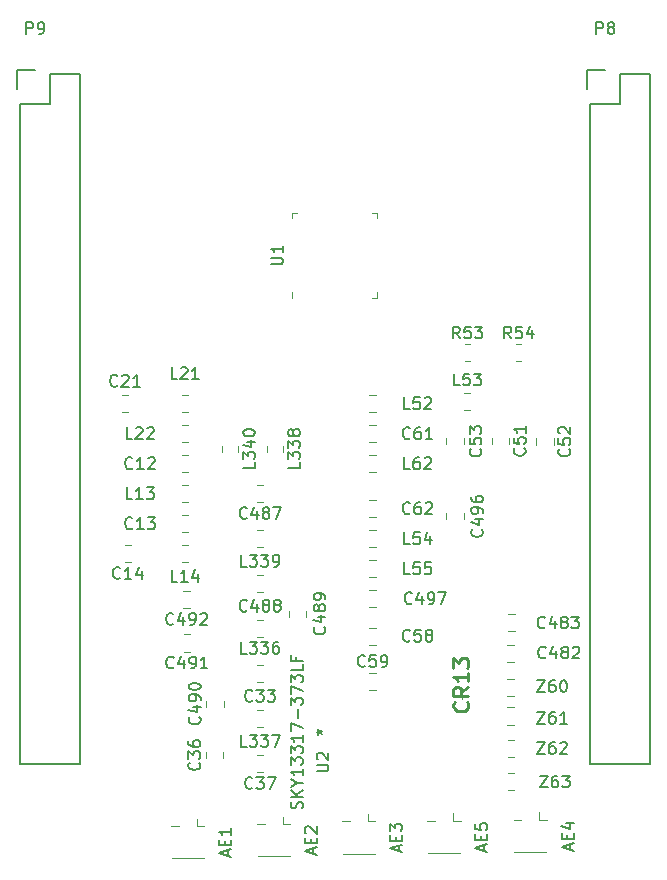
<source format=gbr>
%TF.GenerationSoftware,KiCad,Pcbnew,(5.1.10)-1*%
%TF.CreationDate,2021-09-06T20:05:53-04:00*%
%TF.ProjectId,BeagleBone-Black-Cape,42656167-6c65-4426-9f6e-652d426c6163,rev?*%
%TF.SameCoordinates,Original*%
%TF.FileFunction,Legend,Top*%
%TF.FilePolarity,Positive*%
%FSLAX46Y46*%
G04 Gerber Fmt 4.6, Leading zero omitted, Abs format (unit mm)*
G04 Created by KiCad (PCBNEW (5.1.10)-1) date 2021-09-06 20:05:53*
%MOMM*%
%LPD*%
G01*
G04 APERTURE LIST*
%ADD10C,0.100000*%
%ADD11C,0.120000*%
%ADD12C,0.150000*%
%ADD13C,0.254000*%
G04 APERTURE END LIST*
D10*
%TO.C,CR13*%
X152488900Y-113952200D02*
X152488900Y-113952200D01*
X152488900Y-114052200D02*
X152488900Y-114052200D01*
X152488900Y-114052200D02*
G75*
G02*
X152488900Y-113952200I0J50000D01*
G01*
X152488900Y-113952200D02*
G75*
G02*
X152488900Y-114052200I0J-50000D01*
G01*
D11*
%TO.C,Z63*%
X156941152Y-120296000D02*
X156418648Y-120296000D01*
X156941152Y-121766000D02*
X156418648Y-121766000D01*
%TO.C,Z62*%
X156941152Y-117527000D02*
X156418648Y-117527000D01*
X156941152Y-118947000D02*
X156418648Y-118947000D01*
%TO.C,Z61*%
X156890352Y-114758800D02*
X156367848Y-114758800D01*
X156890352Y-116228800D02*
X156367848Y-116228800D01*
%TO.C,Z60*%
X156367848Y-113816200D02*
X156890352Y-113816200D01*
X156367848Y-112396200D02*
X156890352Y-112396200D01*
%TO.C,R54*%
X157087836Y-85444000D02*
X157541964Y-85444000D01*
X157087836Y-83974000D02*
X157541964Y-83974000D01*
%TO.C,R53*%
X152753836Y-85444000D02*
X153207964Y-85444000D01*
X152753836Y-83974000D02*
X153207964Y-83974000D01*
%TO.C,L62*%
X144683848Y-94842400D02*
X145206352Y-94842400D01*
X144683848Y-93422400D02*
X145206352Y-93422400D01*
%TO.C,L55*%
X145206352Y-102312400D02*
X144683848Y-102312400D01*
X145206352Y-103732400D02*
X144683848Y-103732400D01*
%TO.C,L54*%
X144683848Y-101192400D02*
X145206352Y-101192400D01*
X144683848Y-99772400D02*
X145206352Y-99772400D01*
%TO.C,L53*%
X153181952Y-88139200D02*
X152659448Y-88139200D01*
X153181952Y-89559200D02*
X152659448Y-89559200D01*
%TO.C,L52*%
X145206352Y-88342400D02*
X144683848Y-88342400D01*
X145206352Y-89762400D02*
X144683848Y-89762400D01*
%TO.C,C497*%
X144683848Y-106297400D02*
X145206352Y-106297400D01*
X144683848Y-104827400D02*
X145206352Y-104827400D01*
%TO.C,C496*%
X152665100Y-98838652D02*
X152665100Y-98316148D01*
X151195100Y-98838652D02*
X151195100Y-98316148D01*
%TO.C,C492*%
X129458352Y-104903600D02*
X128935848Y-104903600D01*
X129458352Y-106373600D02*
X128935848Y-106373600D01*
%TO.C,C491*%
X129483752Y-108586600D02*
X128961248Y-108586600D01*
X129483752Y-110056600D02*
X128961248Y-110056600D01*
%TO.C,C483*%
X156444048Y-108304000D02*
X156966552Y-108304000D01*
X156444048Y-106834000D02*
X156966552Y-106834000D01*
%TO.C,C482*%
X156890352Y-109475600D02*
X156367848Y-109475600D01*
X156890352Y-110945600D02*
X156367848Y-110945600D01*
%TO.C,C62*%
X144683848Y-98677400D02*
X145206352Y-98677400D01*
X144683848Y-97207400D02*
X145206352Y-97207400D01*
%TO.C,C61*%
X145206352Y-90857400D02*
X144683848Y-90857400D01*
X145206352Y-92327400D02*
X144683848Y-92327400D01*
%TO.C,C59*%
X144683848Y-113282400D02*
X145206352Y-113282400D01*
X144683848Y-111812400D02*
X145206352Y-111812400D01*
%TO.C,C58*%
X144683848Y-109472400D02*
X145206352Y-109472400D01*
X144683848Y-108002400D02*
X145206352Y-108002400D01*
%TO.C,C53*%
X151195100Y-91966148D02*
X151195100Y-92488652D01*
X152665100Y-91966148D02*
X152665100Y-92488652D01*
%TO.C,C52*%
X158815100Y-91991548D02*
X158815100Y-92514052D01*
X160285100Y-91991548D02*
X160285100Y-92514052D01*
%TO.C,C51*%
X155030500Y-91915348D02*
X155030500Y-92437852D01*
X156500500Y-91915348D02*
X156500500Y-92437852D01*
%TO.C,C36*%
X132319700Y-119057052D02*
X132319700Y-118534548D01*
X130849700Y-119057052D02*
X130849700Y-118534548D01*
%TO.C,AE5*%
X152390300Y-124362400D02*
X151750300Y-124362400D01*
X149590300Y-124362400D02*
X150230300Y-124362400D01*
X151750300Y-124362400D02*
X151750300Y-123732400D01*
X152340300Y-127082400D02*
X149640300Y-127082400D01*
%TO.C,AE4*%
X159705500Y-124286200D02*
X159065500Y-124286200D01*
X156905500Y-124286200D02*
X157545500Y-124286200D01*
X159065500Y-124286200D02*
X159065500Y-123656200D01*
X159655500Y-127006200D02*
X156955500Y-127006200D01*
%TO.C,AE3*%
X145176700Y-124413200D02*
X144536700Y-124413200D01*
X142376700Y-124413200D02*
X143016700Y-124413200D01*
X144536700Y-124413200D02*
X144536700Y-123783200D01*
X145126700Y-127133200D02*
X142426700Y-127133200D01*
%TO.C,AE2*%
X137963100Y-124641800D02*
X137323100Y-124641800D01*
X135163100Y-124641800D02*
X135803100Y-124641800D01*
X137323100Y-124641800D02*
X137323100Y-124011800D01*
X137913100Y-127361800D02*
X135213100Y-127361800D01*
%TO.C,AE1*%
X130698700Y-124819600D02*
X130058700Y-124819600D01*
X127898700Y-124819600D02*
X128538700Y-124819600D01*
X130058700Y-124819600D02*
X130058700Y-124189600D01*
X130648700Y-127539600D02*
X127948700Y-127539600D01*
%TO.C,U1*%
X138109300Y-79614400D02*
X138109300Y-80089400D01*
X145329300Y-72869400D02*
X144854300Y-72869400D01*
X145329300Y-73344400D02*
X145329300Y-72869400D01*
X145329300Y-80089400D02*
X144854300Y-80089400D01*
X145329300Y-79614400D02*
X145329300Y-80089400D01*
X138109300Y-72869400D02*
X138584300Y-72869400D01*
X138109300Y-73344400D02*
X138109300Y-72869400D01*
%TO.C,L340*%
X132170100Y-92601148D02*
X132170100Y-93123652D01*
X133590100Y-92601148D02*
X133590100Y-93123652D01*
%TO.C,L339*%
X135681352Y-99772400D02*
X135158848Y-99772400D01*
X135681352Y-101192400D02*
X135158848Y-101192400D01*
%TO.C,L338*%
X135980100Y-92601148D02*
X135980100Y-93123652D01*
X137400100Y-92601148D02*
X137400100Y-93123652D01*
%TO.C,L337*%
X135681352Y-115012400D02*
X135158848Y-115012400D01*
X135681352Y-116432400D02*
X135158848Y-116432400D01*
%TO.C,L336*%
X135681352Y-107392400D02*
X135158848Y-107392400D01*
X135681352Y-108812400D02*
X135158848Y-108812400D01*
%TO.C,L22*%
X128808848Y-92302400D02*
X129331352Y-92302400D01*
X128808848Y-90882400D02*
X129331352Y-90882400D01*
%TO.C,L21*%
X129331352Y-88342400D02*
X128808848Y-88342400D01*
X129331352Y-89762400D02*
X128808848Y-89762400D01*
%TO.C,L14*%
X129331352Y-101042400D02*
X128808848Y-101042400D01*
X129331352Y-102462400D02*
X128808848Y-102462400D01*
%TO.C,L13*%
X128808848Y-97382400D02*
X129331352Y-97382400D01*
X128808848Y-95962400D02*
X129331352Y-95962400D01*
%TO.C,C490*%
X132345100Y-114713652D02*
X132345100Y-114191148D01*
X130875100Y-114713652D02*
X130875100Y-114191148D01*
%TO.C,C489*%
X139330100Y-107093652D02*
X139330100Y-106571148D01*
X137860100Y-107093652D02*
X137860100Y-106571148D01*
%TO.C,C488*%
X135158848Y-105027400D02*
X135681352Y-105027400D01*
X135158848Y-103557400D02*
X135681352Y-103557400D01*
%TO.C,C487*%
X135681352Y-95937400D02*
X135158848Y-95937400D01*
X135681352Y-97407400D02*
X135158848Y-97407400D01*
%TO.C,C37*%
X135681352Y-118797400D02*
X135158848Y-118797400D01*
X135681352Y-120267400D02*
X135158848Y-120267400D01*
%TO.C,C33*%
X135681352Y-111177400D02*
X135158848Y-111177400D01*
X135681352Y-112647400D02*
X135158848Y-112647400D01*
%TO.C,C21*%
X124251352Y-88317400D02*
X123728848Y-88317400D01*
X124251352Y-89787400D02*
X123728848Y-89787400D01*
%TO.C,C14*%
X124483852Y-101017400D02*
X123961348Y-101017400D01*
X124483852Y-102487400D02*
X123961348Y-102487400D01*
%TO.C,C13*%
X129331352Y-98477400D02*
X128808848Y-98477400D01*
X129331352Y-99947400D02*
X128808848Y-99947400D01*
%TO.C,C12*%
X128808848Y-94867400D02*
X129331352Y-94867400D01*
X128808848Y-93397400D02*
X129331352Y-93397400D01*
D12*
%TO.C,P8*%
X168440100Y-119532400D02*
X168440100Y-61112400D01*
X163360100Y-119532400D02*
X163360100Y-63652400D01*
X168440100Y-119532400D02*
X163360100Y-119532400D01*
X168440100Y-61112400D02*
X165900100Y-61112400D01*
X164630100Y-60832400D02*
X163080100Y-60832400D01*
X165900100Y-61112400D02*
X165900100Y-63652400D01*
X165900100Y-63652400D02*
X163360100Y-63652400D01*
X163080100Y-60832400D02*
X163080100Y-62382400D01*
%TO.C,P9*%
X120180100Y-119532400D02*
X120180100Y-61112400D01*
X115100100Y-119532400D02*
X115100100Y-63652400D01*
X120180100Y-119532400D02*
X115100100Y-119532400D01*
X120180100Y-61112400D02*
X117640100Y-61112400D01*
X116370100Y-60832400D02*
X114820100Y-60832400D01*
X117640100Y-61112400D02*
X117640100Y-63652400D01*
X117640100Y-63652400D02*
X115100100Y-63652400D01*
X114820100Y-60832400D02*
X114820100Y-62382400D01*
%TO.C,CR13*%
D13*
X152942471Y-114303628D02*
X153002947Y-114364104D01*
X153063423Y-114545533D01*
X153063423Y-114666485D01*
X153002947Y-114847914D01*
X152881995Y-114968866D01*
X152761042Y-115029342D01*
X152519138Y-115089819D01*
X152337709Y-115089819D01*
X152095804Y-115029342D01*
X151974852Y-114968866D01*
X151853900Y-114847914D01*
X151793423Y-114666485D01*
X151793423Y-114545533D01*
X151853900Y-114364104D01*
X151914376Y-114303628D01*
X153063423Y-113033628D02*
X152458661Y-113456961D01*
X153063423Y-113759342D02*
X151793423Y-113759342D01*
X151793423Y-113275533D01*
X151853900Y-113154580D01*
X151914376Y-113094104D01*
X152035328Y-113033628D01*
X152216757Y-113033628D01*
X152337709Y-113094104D01*
X152398185Y-113154580D01*
X152458661Y-113275533D01*
X152458661Y-113759342D01*
X153063423Y-111824104D02*
X153063423Y-112549819D01*
X153063423Y-112186961D02*
X151793423Y-112186961D01*
X151974852Y-112307914D01*
X152095804Y-112428866D01*
X152156280Y-112549819D01*
X151793423Y-111400771D02*
X151793423Y-110614580D01*
X152277233Y-111037914D01*
X152277233Y-110856485D01*
X152337709Y-110735533D01*
X152398185Y-110675057D01*
X152519138Y-110614580D01*
X152821519Y-110614580D01*
X152942471Y-110675057D01*
X153002947Y-110735533D01*
X153063423Y-110856485D01*
X153063423Y-111219342D01*
X153002947Y-111340295D01*
X152942471Y-111400771D01*
%TO.C,U2*%
D12*
X140206480Y-120167304D02*
X141016004Y-120167304D01*
X141111242Y-120119685D01*
X141158861Y-120072066D01*
X141206480Y-119976828D01*
X141206480Y-119786352D01*
X141158861Y-119691114D01*
X141111242Y-119643495D01*
X141016004Y-119595876D01*
X140206480Y-119595876D01*
X140301719Y-119167304D02*
X140254100Y-119119685D01*
X140206480Y-119024447D01*
X140206480Y-118786352D01*
X140254100Y-118691114D01*
X140301719Y-118643495D01*
X140396957Y-118595876D01*
X140492195Y-118595876D01*
X140635052Y-118643495D01*
X141206480Y-119214923D01*
X141206480Y-118595876D01*
X138974461Y-123316190D02*
X139022080Y-123173333D01*
X139022080Y-122935238D01*
X138974461Y-122840000D01*
X138926842Y-122792380D01*
X138831604Y-122744761D01*
X138736366Y-122744761D01*
X138641128Y-122792380D01*
X138593509Y-122840000D01*
X138545890Y-122935238D01*
X138498271Y-123125714D01*
X138450652Y-123220952D01*
X138403033Y-123268571D01*
X138307795Y-123316190D01*
X138212557Y-123316190D01*
X138117319Y-123268571D01*
X138069700Y-123220952D01*
X138022080Y-123125714D01*
X138022080Y-122887619D01*
X138069700Y-122744761D01*
X139022080Y-122316190D02*
X138022080Y-122316190D01*
X139022080Y-121744761D02*
X138450652Y-122173333D01*
X138022080Y-121744761D02*
X138593509Y-122316190D01*
X138545890Y-121125714D02*
X139022080Y-121125714D01*
X138022080Y-121459047D02*
X138545890Y-121125714D01*
X138022080Y-120792380D01*
X139022080Y-119935238D02*
X139022080Y-120506666D01*
X139022080Y-120220952D02*
X138022080Y-120220952D01*
X138164938Y-120316190D01*
X138260176Y-120411428D01*
X138307795Y-120506666D01*
X138022080Y-119601904D02*
X138022080Y-118982857D01*
X138403033Y-119316190D01*
X138403033Y-119173333D01*
X138450652Y-119078095D01*
X138498271Y-119030476D01*
X138593509Y-118982857D01*
X138831604Y-118982857D01*
X138926842Y-119030476D01*
X138974461Y-119078095D01*
X139022080Y-119173333D01*
X139022080Y-119459047D01*
X138974461Y-119554285D01*
X138926842Y-119601904D01*
X138022080Y-118649523D02*
X138022080Y-118030476D01*
X138403033Y-118363809D01*
X138403033Y-118220952D01*
X138450652Y-118125714D01*
X138498271Y-118078095D01*
X138593509Y-118030476D01*
X138831604Y-118030476D01*
X138926842Y-118078095D01*
X138974461Y-118125714D01*
X139022080Y-118220952D01*
X139022080Y-118506666D01*
X138974461Y-118601904D01*
X138926842Y-118649523D01*
X139022080Y-117078095D02*
X139022080Y-117649523D01*
X139022080Y-117363809D02*
X138022080Y-117363809D01*
X138164938Y-117459047D01*
X138260176Y-117554285D01*
X138307795Y-117649523D01*
X138022080Y-116744761D02*
X138022080Y-116078095D01*
X139022080Y-116506666D01*
X138641128Y-115697142D02*
X138641128Y-114935238D01*
X138022080Y-114554285D02*
X138022080Y-113935238D01*
X138403033Y-114268571D01*
X138403033Y-114125714D01*
X138450652Y-114030476D01*
X138498271Y-113982857D01*
X138593509Y-113935238D01*
X138831604Y-113935238D01*
X138926842Y-113982857D01*
X138974461Y-114030476D01*
X139022080Y-114125714D01*
X139022080Y-114411428D01*
X138974461Y-114506666D01*
X138926842Y-114554285D01*
X138022080Y-113601904D02*
X138022080Y-112935238D01*
X139022080Y-113363809D01*
X138022080Y-112649523D02*
X138022080Y-112030476D01*
X138403033Y-112363809D01*
X138403033Y-112220952D01*
X138450652Y-112125714D01*
X138498271Y-112078095D01*
X138593509Y-112030476D01*
X138831604Y-112030476D01*
X138926842Y-112078095D01*
X138974461Y-112125714D01*
X139022080Y-112220952D01*
X139022080Y-112506666D01*
X138974461Y-112601904D01*
X138926842Y-112649523D01*
X139022080Y-111125714D02*
X139022080Y-111601904D01*
X138022080Y-111601904D01*
X138498271Y-110459047D02*
X138498271Y-110792380D01*
X139022080Y-110792380D02*
X138022080Y-110792380D01*
X138022080Y-110316190D01*
X140206480Y-116865400D02*
X140444576Y-116865400D01*
X140349338Y-117103495D02*
X140444576Y-116865400D01*
X140349338Y-116627304D01*
X140635052Y-117008257D02*
X140444576Y-116865400D01*
X140635052Y-116722542D01*
%TO.C,Z63*%
X159102585Y-120534180D02*
X159769252Y-120534180D01*
X159102585Y-121534180D01*
X159769252Y-121534180D01*
X160578776Y-120534180D02*
X160388300Y-120534180D01*
X160293061Y-120581800D01*
X160245442Y-120629419D01*
X160150204Y-120772276D01*
X160102585Y-120962752D01*
X160102585Y-121343704D01*
X160150204Y-121438942D01*
X160197823Y-121486561D01*
X160293061Y-121534180D01*
X160483538Y-121534180D01*
X160578776Y-121486561D01*
X160626395Y-121438942D01*
X160674014Y-121343704D01*
X160674014Y-121105609D01*
X160626395Y-121010371D01*
X160578776Y-120962752D01*
X160483538Y-120915133D01*
X160293061Y-120915133D01*
X160197823Y-120962752D01*
X160150204Y-121010371D01*
X160102585Y-121105609D01*
X161007347Y-120534180D02*
X161626395Y-120534180D01*
X161293061Y-120915133D01*
X161435919Y-120915133D01*
X161531157Y-120962752D01*
X161578776Y-121010371D01*
X161626395Y-121105609D01*
X161626395Y-121343704D01*
X161578776Y-121438942D01*
X161531157Y-121486561D01*
X161435919Y-121534180D01*
X161150204Y-121534180D01*
X161054966Y-121486561D01*
X161007347Y-121438942D01*
%TO.C,Z62*%
X158873985Y-117689380D02*
X159540652Y-117689380D01*
X158873985Y-118689380D01*
X159540652Y-118689380D01*
X160350176Y-117689380D02*
X160159700Y-117689380D01*
X160064461Y-117737000D01*
X160016842Y-117784619D01*
X159921604Y-117927476D01*
X159873985Y-118117952D01*
X159873985Y-118498904D01*
X159921604Y-118594142D01*
X159969223Y-118641761D01*
X160064461Y-118689380D01*
X160254938Y-118689380D01*
X160350176Y-118641761D01*
X160397795Y-118594142D01*
X160445414Y-118498904D01*
X160445414Y-118260809D01*
X160397795Y-118165571D01*
X160350176Y-118117952D01*
X160254938Y-118070333D01*
X160064461Y-118070333D01*
X159969223Y-118117952D01*
X159921604Y-118165571D01*
X159873985Y-118260809D01*
X160826366Y-117784619D02*
X160873985Y-117737000D01*
X160969223Y-117689380D01*
X161207319Y-117689380D01*
X161302557Y-117737000D01*
X161350176Y-117784619D01*
X161397795Y-117879857D01*
X161397795Y-117975095D01*
X161350176Y-118117952D01*
X160778747Y-118689380D01*
X161397795Y-118689380D01*
%TO.C,Z61*%
X158873985Y-115123980D02*
X159540652Y-115123980D01*
X158873985Y-116123980D01*
X159540652Y-116123980D01*
X160350176Y-115123980D02*
X160159700Y-115123980D01*
X160064461Y-115171600D01*
X160016842Y-115219219D01*
X159921604Y-115362076D01*
X159873985Y-115552552D01*
X159873985Y-115933504D01*
X159921604Y-116028742D01*
X159969223Y-116076361D01*
X160064461Y-116123980D01*
X160254938Y-116123980D01*
X160350176Y-116076361D01*
X160397795Y-116028742D01*
X160445414Y-115933504D01*
X160445414Y-115695409D01*
X160397795Y-115600171D01*
X160350176Y-115552552D01*
X160254938Y-115504933D01*
X160064461Y-115504933D01*
X159969223Y-115552552D01*
X159921604Y-115600171D01*
X159873985Y-115695409D01*
X161397795Y-116123980D02*
X160826366Y-116123980D01*
X161112080Y-116123980D02*
X161112080Y-115123980D01*
X161016842Y-115266838D01*
X160921604Y-115362076D01*
X160826366Y-115409695D01*
%TO.C,Z60*%
X158873985Y-112456980D02*
X159540652Y-112456980D01*
X158873985Y-113456980D01*
X159540652Y-113456980D01*
X160350176Y-112456980D02*
X160159700Y-112456980D01*
X160064461Y-112504600D01*
X160016842Y-112552219D01*
X159921604Y-112695076D01*
X159873985Y-112885552D01*
X159873985Y-113266504D01*
X159921604Y-113361742D01*
X159969223Y-113409361D01*
X160064461Y-113456980D01*
X160254938Y-113456980D01*
X160350176Y-113409361D01*
X160397795Y-113361742D01*
X160445414Y-113266504D01*
X160445414Y-113028409D01*
X160397795Y-112933171D01*
X160350176Y-112885552D01*
X160254938Y-112837933D01*
X160064461Y-112837933D01*
X159969223Y-112885552D01*
X159921604Y-112933171D01*
X159873985Y-113028409D01*
X161064461Y-112456980D02*
X161159700Y-112456980D01*
X161254938Y-112504600D01*
X161302557Y-112552219D01*
X161350176Y-112647457D01*
X161397795Y-112837933D01*
X161397795Y-113076028D01*
X161350176Y-113266504D01*
X161302557Y-113361742D01*
X161254938Y-113409361D01*
X161159700Y-113456980D01*
X161064461Y-113456980D01*
X160969223Y-113409361D01*
X160921604Y-113361742D01*
X160873985Y-113266504D01*
X160826366Y-113076028D01*
X160826366Y-112837933D01*
X160873985Y-112647457D01*
X160921604Y-112552219D01*
X160969223Y-112504600D01*
X161064461Y-112456980D01*
%TO.C,R54*%
X156672042Y-83511380D02*
X156338709Y-83035190D01*
X156100614Y-83511380D02*
X156100614Y-82511380D01*
X156481566Y-82511380D01*
X156576804Y-82559000D01*
X156624423Y-82606619D01*
X156672042Y-82701857D01*
X156672042Y-82844714D01*
X156624423Y-82939952D01*
X156576804Y-82987571D01*
X156481566Y-83035190D01*
X156100614Y-83035190D01*
X157576804Y-82511380D02*
X157100614Y-82511380D01*
X157052995Y-82987571D01*
X157100614Y-82939952D01*
X157195852Y-82892333D01*
X157433947Y-82892333D01*
X157529185Y-82939952D01*
X157576804Y-82987571D01*
X157624423Y-83082809D01*
X157624423Y-83320904D01*
X157576804Y-83416142D01*
X157529185Y-83463761D01*
X157433947Y-83511380D01*
X157195852Y-83511380D01*
X157100614Y-83463761D01*
X157052995Y-83416142D01*
X158481566Y-82844714D02*
X158481566Y-83511380D01*
X158243471Y-82463761D02*
X158005376Y-83178047D01*
X158624423Y-83178047D01*
%TO.C,R53*%
X152338042Y-83511380D02*
X152004709Y-83035190D01*
X151766614Y-83511380D02*
X151766614Y-82511380D01*
X152147566Y-82511380D01*
X152242804Y-82559000D01*
X152290423Y-82606619D01*
X152338042Y-82701857D01*
X152338042Y-82844714D01*
X152290423Y-82939952D01*
X152242804Y-82987571D01*
X152147566Y-83035190D01*
X151766614Y-83035190D01*
X153242804Y-82511380D02*
X152766614Y-82511380D01*
X152718995Y-82987571D01*
X152766614Y-82939952D01*
X152861852Y-82892333D01*
X153099947Y-82892333D01*
X153195185Y-82939952D01*
X153242804Y-82987571D01*
X153290423Y-83082809D01*
X153290423Y-83320904D01*
X153242804Y-83416142D01*
X153195185Y-83463761D01*
X153099947Y-83511380D01*
X152861852Y-83511380D01*
X152766614Y-83463761D01*
X152718995Y-83416142D01*
X153623757Y-82511380D02*
X154242804Y-82511380D01*
X153909471Y-82892333D01*
X154052328Y-82892333D01*
X154147566Y-82939952D01*
X154195185Y-82987571D01*
X154242804Y-83082809D01*
X154242804Y-83320904D01*
X154195185Y-83416142D01*
X154147566Y-83463761D01*
X154052328Y-83511380D01*
X153766614Y-83511380D01*
X153671376Y-83463761D01*
X153623757Y-83416142D01*
%TO.C,L62*%
X148112242Y-94584780D02*
X147636052Y-94584780D01*
X147636052Y-93584780D01*
X148874147Y-93584780D02*
X148683671Y-93584780D01*
X148588433Y-93632400D01*
X148540814Y-93680019D01*
X148445576Y-93822876D01*
X148397957Y-94013352D01*
X148397957Y-94394304D01*
X148445576Y-94489542D01*
X148493195Y-94537161D01*
X148588433Y-94584780D01*
X148778909Y-94584780D01*
X148874147Y-94537161D01*
X148921766Y-94489542D01*
X148969385Y-94394304D01*
X148969385Y-94156209D01*
X148921766Y-94060971D01*
X148874147Y-94013352D01*
X148778909Y-93965733D01*
X148588433Y-93965733D01*
X148493195Y-94013352D01*
X148445576Y-94060971D01*
X148397957Y-94156209D01*
X149350338Y-93680019D02*
X149397957Y-93632400D01*
X149493195Y-93584780D01*
X149731290Y-93584780D01*
X149826528Y-93632400D01*
X149874147Y-93680019D01*
X149921766Y-93775257D01*
X149921766Y-93870495D01*
X149874147Y-94013352D01*
X149302719Y-94584780D01*
X149921766Y-94584780D01*
%TO.C,L55*%
X148112242Y-103474780D02*
X147636052Y-103474780D01*
X147636052Y-102474780D01*
X148921766Y-102474780D02*
X148445576Y-102474780D01*
X148397957Y-102950971D01*
X148445576Y-102903352D01*
X148540814Y-102855733D01*
X148778909Y-102855733D01*
X148874147Y-102903352D01*
X148921766Y-102950971D01*
X148969385Y-103046209D01*
X148969385Y-103284304D01*
X148921766Y-103379542D01*
X148874147Y-103427161D01*
X148778909Y-103474780D01*
X148540814Y-103474780D01*
X148445576Y-103427161D01*
X148397957Y-103379542D01*
X149874147Y-102474780D02*
X149397957Y-102474780D01*
X149350338Y-102950971D01*
X149397957Y-102903352D01*
X149493195Y-102855733D01*
X149731290Y-102855733D01*
X149826528Y-102903352D01*
X149874147Y-102950971D01*
X149921766Y-103046209D01*
X149921766Y-103284304D01*
X149874147Y-103379542D01*
X149826528Y-103427161D01*
X149731290Y-103474780D01*
X149493195Y-103474780D01*
X149397957Y-103427161D01*
X149350338Y-103379542D01*
%TO.C,L54*%
X148112242Y-100934780D02*
X147636052Y-100934780D01*
X147636052Y-99934780D01*
X148921766Y-99934780D02*
X148445576Y-99934780D01*
X148397957Y-100410971D01*
X148445576Y-100363352D01*
X148540814Y-100315733D01*
X148778909Y-100315733D01*
X148874147Y-100363352D01*
X148921766Y-100410971D01*
X148969385Y-100506209D01*
X148969385Y-100744304D01*
X148921766Y-100839542D01*
X148874147Y-100887161D01*
X148778909Y-100934780D01*
X148540814Y-100934780D01*
X148445576Y-100887161D01*
X148397957Y-100839542D01*
X149826528Y-100268114D02*
X149826528Y-100934780D01*
X149588433Y-99887161D02*
X149350338Y-100601447D01*
X149969385Y-100601447D01*
%TO.C,L53*%
X152328642Y-87498180D02*
X151852452Y-87498180D01*
X151852452Y-86498180D01*
X153138166Y-86498180D02*
X152661976Y-86498180D01*
X152614357Y-86974371D01*
X152661976Y-86926752D01*
X152757214Y-86879133D01*
X152995309Y-86879133D01*
X153090547Y-86926752D01*
X153138166Y-86974371D01*
X153185785Y-87069609D01*
X153185785Y-87307704D01*
X153138166Y-87402942D01*
X153090547Y-87450561D01*
X152995309Y-87498180D01*
X152757214Y-87498180D01*
X152661976Y-87450561D01*
X152614357Y-87402942D01*
X153519119Y-86498180D02*
X154138166Y-86498180D01*
X153804833Y-86879133D01*
X153947690Y-86879133D01*
X154042928Y-86926752D01*
X154090547Y-86974371D01*
X154138166Y-87069609D01*
X154138166Y-87307704D01*
X154090547Y-87402942D01*
X154042928Y-87450561D01*
X153947690Y-87498180D01*
X153661976Y-87498180D01*
X153566738Y-87450561D01*
X153519119Y-87402942D01*
%TO.C,L52*%
X148112242Y-89504780D02*
X147636052Y-89504780D01*
X147636052Y-88504780D01*
X148921766Y-88504780D02*
X148445576Y-88504780D01*
X148397957Y-88980971D01*
X148445576Y-88933352D01*
X148540814Y-88885733D01*
X148778909Y-88885733D01*
X148874147Y-88933352D01*
X148921766Y-88980971D01*
X148969385Y-89076209D01*
X148969385Y-89314304D01*
X148921766Y-89409542D01*
X148874147Y-89457161D01*
X148778909Y-89504780D01*
X148540814Y-89504780D01*
X148445576Y-89457161D01*
X148397957Y-89409542D01*
X149350338Y-88600019D02*
X149397957Y-88552400D01*
X149493195Y-88504780D01*
X149731290Y-88504780D01*
X149826528Y-88552400D01*
X149874147Y-88600019D01*
X149921766Y-88695257D01*
X149921766Y-88790495D01*
X149874147Y-88933352D01*
X149302719Y-89504780D01*
X149921766Y-89504780D01*
%TO.C,C497*%
X148271052Y-105919542D02*
X148223433Y-105967161D01*
X148080576Y-106014780D01*
X147985338Y-106014780D01*
X147842480Y-105967161D01*
X147747242Y-105871923D01*
X147699623Y-105776685D01*
X147652004Y-105586209D01*
X147652004Y-105443352D01*
X147699623Y-105252876D01*
X147747242Y-105157638D01*
X147842480Y-105062400D01*
X147985338Y-105014780D01*
X148080576Y-105014780D01*
X148223433Y-105062400D01*
X148271052Y-105110019D01*
X149128195Y-105348114D02*
X149128195Y-106014780D01*
X148890100Y-104967161D02*
X148652004Y-105681447D01*
X149271052Y-105681447D01*
X149699623Y-106014780D02*
X149890100Y-106014780D01*
X149985338Y-105967161D01*
X150032957Y-105919542D01*
X150128195Y-105776685D01*
X150175814Y-105586209D01*
X150175814Y-105205257D01*
X150128195Y-105110019D01*
X150080576Y-105062400D01*
X149985338Y-105014780D01*
X149794861Y-105014780D01*
X149699623Y-105062400D01*
X149652004Y-105110019D01*
X149604385Y-105205257D01*
X149604385Y-105443352D01*
X149652004Y-105538590D01*
X149699623Y-105586209D01*
X149794861Y-105633828D01*
X149985338Y-105633828D01*
X150080576Y-105586209D01*
X150128195Y-105538590D01*
X150175814Y-105443352D01*
X150509147Y-105014780D02*
X151175814Y-105014780D01*
X150747242Y-106014780D01*
%TO.C,C496*%
X154192242Y-99696447D02*
X154239861Y-99744066D01*
X154287480Y-99886923D01*
X154287480Y-99982161D01*
X154239861Y-100125019D01*
X154144623Y-100220257D01*
X154049385Y-100267876D01*
X153858909Y-100315495D01*
X153716052Y-100315495D01*
X153525576Y-100267876D01*
X153430338Y-100220257D01*
X153335100Y-100125019D01*
X153287480Y-99982161D01*
X153287480Y-99886923D01*
X153335100Y-99744066D01*
X153382719Y-99696447D01*
X153620814Y-98839304D02*
X154287480Y-98839304D01*
X153239861Y-99077400D02*
X153954147Y-99315495D01*
X153954147Y-98696447D01*
X154287480Y-98267876D02*
X154287480Y-98077400D01*
X154239861Y-97982161D01*
X154192242Y-97934542D01*
X154049385Y-97839304D01*
X153858909Y-97791685D01*
X153477957Y-97791685D01*
X153382719Y-97839304D01*
X153335100Y-97886923D01*
X153287480Y-97982161D01*
X153287480Y-98172638D01*
X153335100Y-98267876D01*
X153382719Y-98315495D01*
X153477957Y-98363114D01*
X153716052Y-98363114D01*
X153811290Y-98315495D01*
X153858909Y-98267876D01*
X153906528Y-98172638D01*
X153906528Y-97982161D01*
X153858909Y-97886923D01*
X153811290Y-97839304D01*
X153716052Y-97791685D01*
X153287480Y-96934542D02*
X153287480Y-97125019D01*
X153335100Y-97220257D01*
X153382719Y-97267876D01*
X153525576Y-97363114D01*
X153716052Y-97410733D01*
X154097004Y-97410733D01*
X154192242Y-97363114D01*
X154239861Y-97315495D01*
X154287480Y-97220257D01*
X154287480Y-97029780D01*
X154239861Y-96934542D01*
X154192242Y-96886923D01*
X154097004Y-96839304D01*
X153858909Y-96839304D01*
X153763671Y-96886923D01*
X153716052Y-96934542D01*
X153668433Y-97029780D01*
X153668433Y-97220257D01*
X153716052Y-97315495D01*
X153763671Y-97363114D01*
X153858909Y-97410733D01*
%TO.C,C492*%
X128078052Y-107675742D02*
X128030433Y-107723361D01*
X127887576Y-107770980D01*
X127792338Y-107770980D01*
X127649480Y-107723361D01*
X127554242Y-107628123D01*
X127506623Y-107532885D01*
X127459004Y-107342409D01*
X127459004Y-107199552D01*
X127506623Y-107009076D01*
X127554242Y-106913838D01*
X127649480Y-106818600D01*
X127792338Y-106770980D01*
X127887576Y-106770980D01*
X128030433Y-106818600D01*
X128078052Y-106866219D01*
X128935195Y-107104314D02*
X128935195Y-107770980D01*
X128697100Y-106723361D02*
X128459004Y-107437647D01*
X129078052Y-107437647D01*
X129506623Y-107770980D02*
X129697100Y-107770980D01*
X129792338Y-107723361D01*
X129839957Y-107675742D01*
X129935195Y-107532885D01*
X129982814Y-107342409D01*
X129982814Y-106961457D01*
X129935195Y-106866219D01*
X129887576Y-106818600D01*
X129792338Y-106770980D01*
X129601861Y-106770980D01*
X129506623Y-106818600D01*
X129459004Y-106866219D01*
X129411385Y-106961457D01*
X129411385Y-107199552D01*
X129459004Y-107294790D01*
X129506623Y-107342409D01*
X129601861Y-107390028D01*
X129792338Y-107390028D01*
X129887576Y-107342409D01*
X129935195Y-107294790D01*
X129982814Y-107199552D01*
X130363766Y-106866219D02*
X130411385Y-106818600D01*
X130506623Y-106770980D01*
X130744719Y-106770980D01*
X130839957Y-106818600D01*
X130887576Y-106866219D01*
X130935195Y-106961457D01*
X130935195Y-107056695D01*
X130887576Y-107199552D01*
X130316147Y-107770980D01*
X130935195Y-107770980D01*
%TO.C,C491*%
X128103452Y-111358742D02*
X128055833Y-111406361D01*
X127912976Y-111453980D01*
X127817738Y-111453980D01*
X127674880Y-111406361D01*
X127579642Y-111311123D01*
X127532023Y-111215885D01*
X127484404Y-111025409D01*
X127484404Y-110882552D01*
X127532023Y-110692076D01*
X127579642Y-110596838D01*
X127674880Y-110501600D01*
X127817738Y-110453980D01*
X127912976Y-110453980D01*
X128055833Y-110501600D01*
X128103452Y-110549219D01*
X128960595Y-110787314D02*
X128960595Y-111453980D01*
X128722500Y-110406361D02*
X128484404Y-111120647D01*
X129103452Y-111120647D01*
X129532023Y-111453980D02*
X129722500Y-111453980D01*
X129817738Y-111406361D01*
X129865357Y-111358742D01*
X129960595Y-111215885D01*
X130008214Y-111025409D01*
X130008214Y-110644457D01*
X129960595Y-110549219D01*
X129912976Y-110501600D01*
X129817738Y-110453980D01*
X129627261Y-110453980D01*
X129532023Y-110501600D01*
X129484404Y-110549219D01*
X129436785Y-110644457D01*
X129436785Y-110882552D01*
X129484404Y-110977790D01*
X129532023Y-111025409D01*
X129627261Y-111073028D01*
X129817738Y-111073028D01*
X129912976Y-111025409D01*
X129960595Y-110977790D01*
X130008214Y-110882552D01*
X130960595Y-111453980D02*
X130389166Y-111453980D01*
X130674880Y-111453980D02*
X130674880Y-110453980D01*
X130579642Y-110596838D01*
X130484404Y-110692076D01*
X130389166Y-110739695D01*
%TO.C,C483*%
X159548652Y-107976942D02*
X159501033Y-108024561D01*
X159358176Y-108072180D01*
X159262938Y-108072180D01*
X159120080Y-108024561D01*
X159024842Y-107929323D01*
X158977223Y-107834085D01*
X158929604Y-107643609D01*
X158929604Y-107500752D01*
X158977223Y-107310276D01*
X159024842Y-107215038D01*
X159120080Y-107119800D01*
X159262938Y-107072180D01*
X159358176Y-107072180D01*
X159501033Y-107119800D01*
X159548652Y-107167419D01*
X160405795Y-107405514D02*
X160405795Y-108072180D01*
X160167700Y-107024561D02*
X159929604Y-107738847D01*
X160548652Y-107738847D01*
X161072461Y-107500752D02*
X160977223Y-107453133D01*
X160929604Y-107405514D01*
X160881985Y-107310276D01*
X160881985Y-107262657D01*
X160929604Y-107167419D01*
X160977223Y-107119800D01*
X161072461Y-107072180D01*
X161262938Y-107072180D01*
X161358176Y-107119800D01*
X161405795Y-107167419D01*
X161453414Y-107262657D01*
X161453414Y-107310276D01*
X161405795Y-107405514D01*
X161358176Y-107453133D01*
X161262938Y-107500752D01*
X161072461Y-107500752D01*
X160977223Y-107548371D01*
X160929604Y-107595990D01*
X160881985Y-107691228D01*
X160881985Y-107881704D01*
X160929604Y-107976942D01*
X160977223Y-108024561D01*
X161072461Y-108072180D01*
X161262938Y-108072180D01*
X161358176Y-108024561D01*
X161405795Y-107976942D01*
X161453414Y-107881704D01*
X161453414Y-107691228D01*
X161405795Y-107595990D01*
X161358176Y-107548371D01*
X161262938Y-107500752D01*
X161786747Y-107072180D02*
X162405795Y-107072180D01*
X162072461Y-107453133D01*
X162215319Y-107453133D01*
X162310557Y-107500752D01*
X162358176Y-107548371D01*
X162405795Y-107643609D01*
X162405795Y-107881704D01*
X162358176Y-107976942D01*
X162310557Y-108024561D01*
X162215319Y-108072180D01*
X161929604Y-108072180D01*
X161834366Y-108024561D01*
X161786747Y-107976942D01*
%TO.C,C482*%
X159599452Y-110516942D02*
X159551833Y-110564561D01*
X159408976Y-110612180D01*
X159313738Y-110612180D01*
X159170880Y-110564561D01*
X159075642Y-110469323D01*
X159028023Y-110374085D01*
X158980404Y-110183609D01*
X158980404Y-110040752D01*
X159028023Y-109850276D01*
X159075642Y-109755038D01*
X159170880Y-109659800D01*
X159313738Y-109612180D01*
X159408976Y-109612180D01*
X159551833Y-109659800D01*
X159599452Y-109707419D01*
X160456595Y-109945514D02*
X160456595Y-110612180D01*
X160218500Y-109564561D02*
X159980404Y-110278847D01*
X160599452Y-110278847D01*
X161123261Y-110040752D02*
X161028023Y-109993133D01*
X160980404Y-109945514D01*
X160932785Y-109850276D01*
X160932785Y-109802657D01*
X160980404Y-109707419D01*
X161028023Y-109659800D01*
X161123261Y-109612180D01*
X161313738Y-109612180D01*
X161408976Y-109659800D01*
X161456595Y-109707419D01*
X161504214Y-109802657D01*
X161504214Y-109850276D01*
X161456595Y-109945514D01*
X161408976Y-109993133D01*
X161313738Y-110040752D01*
X161123261Y-110040752D01*
X161028023Y-110088371D01*
X160980404Y-110135990D01*
X160932785Y-110231228D01*
X160932785Y-110421704D01*
X160980404Y-110516942D01*
X161028023Y-110564561D01*
X161123261Y-110612180D01*
X161313738Y-110612180D01*
X161408976Y-110564561D01*
X161456595Y-110516942D01*
X161504214Y-110421704D01*
X161504214Y-110231228D01*
X161456595Y-110135990D01*
X161408976Y-110088371D01*
X161313738Y-110040752D01*
X161885166Y-109707419D02*
X161932785Y-109659800D01*
X162028023Y-109612180D01*
X162266119Y-109612180D01*
X162361357Y-109659800D01*
X162408976Y-109707419D01*
X162456595Y-109802657D01*
X162456595Y-109897895D01*
X162408976Y-110040752D01*
X161837547Y-110612180D01*
X162456595Y-110612180D01*
%TO.C,C62*%
X148112242Y-98299542D02*
X148064623Y-98347161D01*
X147921766Y-98394780D01*
X147826528Y-98394780D01*
X147683671Y-98347161D01*
X147588433Y-98251923D01*
X147540814Y-98156685D01*
X147493195Y-97966209D01*
X147493195Y-97823352D01*
X147540814Y-97632876D01*
X147588433Y-97537638D01*
X147683671Y-97442400D01*
X147826528Y-97394780D01*
X147921766Y-97394780D01*
X148064623Y-97442400D01*
X148112242Y-97490019D01*
X148969385Y-97394780D02*
X148778909Y-97394780D01*
X148683671Y-97442400D01*
X148636052Y-97490019D01*
X148540814Y-97632876D01*
X148493195Y-97823352D01*
X148493195Y-98204304D01*
X148540814Y-98299542D01*
X148588433Y-98347161D01*
X148683671Y-98394780D01*
X148874147Y-98394780D01*
X148969385Y-98347161D01*
X149017004Y-98299542D01*
X149064623Y-98204304D01*
X149064623Y-97966209D01*
X149017004Y-97870971D01*
X148969385Y-97823352D01*
X148874147Y-97775733D01*
X148683671Y-97775733D01*
X148588433Y-97823352D01*
X148540814Y-97870971D01*
X148493195Y-97966209D01*
X149445576Y-97490019D02*
X149493195Y-97442400D01*
X149588433Y-97394780D01*
X149826528Y-97394780D01*
X149921766Y-97442400D01*
X149969385Y-97490019D01*
X150017004Y-97585257D01*
X150017004Y-97680495D01*
X149969385Y-97823352D01*
X149397957Y-98394780D01*
X150017004Y-98394780D01*
%TO.C,C61*%
X148112242Y-91949542D02*
X148064623Y-91997161D01*
X147921766Y-92044780D01*
X147826528Y-92044780D01*
X147683671Y-91997161D01*
X147588433Y-91901923D01*
X147540814Y-91806685D01*
X147493195Y-91616209D01*
X147493195Y-91473352D01*
X147540814Y-91282876D01*
X147588433Y-91187638D01*
X147683671Y-91092400D01*
X147826528Y-91044780D01*
X147921766Y-91044780D01*
X148064623Y-91092400D01*
X148112242Y-91140019D01*
X148969385Y-91044780D02*
X148778909Y-91044780D01*
X148683671Y-91092400D01*
X148636052Y-91140019D01*
X148540814Y-91282876D01*
X148493195Y-91473352D01*
X148493195Y-91854304D01*
X148540814Y-91949542D01*
X148588433Y-91997161D01*
X148683671Y-92044780D01*
X148874147Y-92044780D01*
X148969385Y-91997161D01*
X149017004Y-91949542D01*
X149064623Y-91854304D01*
X149064623Y-91616209D01*
X149017004Y-91520971D01*
X148969385Y-91473352D01*
X148874147Y-91425733D01*
X148683671Y-91425733D01*
X148588433Y-91473352D01*
X148540814Y-91520971D01*
X148493195Y-91616209D01*
X150017004Y-92044780D02*
X149445576Y-92044780D01*
X149731290Y-92044780D02*
X149731290Y-91044780D01*
X149636052Y-91187638D01*
X149540814Y-91282876D01*
X149445576Y-91330495D01*
%TO.C,C59*%
X144302242Y-111224542D02*
X144254623Y-111272161D01*
X144111766Y-111319780D01*
X144016528Y-111319780D01*
X143873671Y-111272161D01*
X143778433Y-111176923D01*
X143730814Y-111081685D01*
X143683195Y-110891209D01*
X143683195Y-110748352D01*
X143730814Y-110557876D01*
X143778433Y-110462638D01*
X143873671Y-110367400D01*
X144016528Y-110319780D01*
X144111766Y-110319780D01*
X144254623Y-110367400D01*
X144302242Y-110415019D01*
X145207004Y-110319780D02*
X144730814Y-110319780D01*
X144683195Y-110795971D01*
X144730814Y-110748352D01*
X144826052Y-110700733D01*
X145064147Y-110700733D01*
X145159385Y-110748352D01*
X145207004Y-110795971D01*
X145254623Y-110891209D01*
X145254623Y-111129304D01*
X145207004Y-111224542D01*
X145159385Y-111272161D01*
X145064147Y-111319780D01*
X144826052Y-111319780D01*
X144730814Y-111272161D01*
X144683195Y-111224542D01*
X145730814Y-111319780D02*
X145921290Y-111319780D01*
X146016528Y-111272161D01*
X146064147Y-111224542D01*
X146159385Y-111081685D01*
X146207004Y-110891209D01*
X146207004Y-110510257D01*
X146159385Y-110415019D01*
X146111766Y-110367400D01*
X146016528Y-110319780D01*
X145826052Y-110319780D01*
X145730814Y-110367400D01*
X145683195Y-110415019D01*
X145635576Y-110510257D01*
X145635576Y-110748352D01*
X145683195Y-110843590D01*
X145730814Y-110891209D01*
X145826052Y-110938828D01*
X146016528Y-110938828D01*
X146111766Y-110891209D01*
X146159385Y-110843590D01*
X146207004Y-110748352D01*
%TO.C,C58*%
X148112242Y-109094542D02*
X148064623Y-109142161D01*
X147921766Y-109189780D01*
X147826528Y-109189780D01*
X147683671Y-109142161D01*
X147588433Y-109046923D01*
X147540814Y-108951685D01*
X147493195Y-108761209D01*
X147493195Y-108618352D01*
X147540814Y-108427876D01*
X147588433Y-108332638D01*
X147683671Y-108237400D01*
X147826528Y-108189780D01*
X147921766Y-108189780D01*
X148064623Y-108237400D01*
X148112242Y-108285019D01*
X149017004Y-108189780D02*
X148540814Y-108189780D01*
X148493195Y-108665971D01*
X148540814Y-108618352D01*
X148636052Y-108570733D01*
X148874147Y-108570733D01*
X148969385Y-108618352D01*
X149017004Y-108665971D01*
X149064623Y-108761209D01*
X149064623Y-108999304D01*
X149017004Y-109094542D01*
X148969385Y-109142161D01*
X148874147Y-109189780D01*
X148636052Y-109189780D01*
X148540814Y-109142161D01*
X148493195Y-109094542D01*
X149636052Y-108618352D02*
X149540814Y-108570733D01*
X149493195Y-108523114D01*
X149445576Y-108427876D01*
X149445576Y-108380257D01*
X149493195Y-108285019D01*
X149540814Y-108237400D01*
X149636052Y-108189780D01*
X149826528Y-108189780D01*
X149921766Y-108237400D01*
X149969385Y-108285019D01*
X150017004Y-108380257D01*
X150017004Y-108427876D01*
X149969385Y-108523114D01*
X149921766Y-108570733D01*
X149826528Y-108618352D01*
X149636052Y-108618352D01*
X149540814Y-108665971D01*
X149493195Y-108713590D01*
X149445576Y-108808828D01*
X149445576Y-108999304D01*
X149493195Y-109094542D01*
X149540814Y-109142161D01*
X149636052Y-109189780D01*
X149826528Y-109189780D01*
X149921766Y-109142161D01*
X149969385Y-109094542D01*
X150017004Y-108999304D01*
X150017004Y-108808828D01*
X149969385Y-108713590D01*
X149921766Y-108665971D01*
X149826528Y-108618352D01*
%TO.C,C53*%
X154065242Y-92870257D02*
X154112861Y-92917876D01*
X154160480Y-93060733D01*
X154160480Y-93155971D01*
X154112861Y-93298828D01*
X154017623Y-93394066D01*
X153922385Y-93441685D01*
X153731909Y-93489304D01*
X153589052Y-93489304D01*
X153398576Y-93441685D01*
X153303338Y-93394066D01*
X153208100Y-93298828D01*
X153160480Y-93155971D01*
X153160480Y-93060733D01*
X153208100Y-92917876D01*
X153255719Y-92870257D01*
X153160480Y-91965495D02*
X153160480Y-92441685D01*
X153636671Y-92489304D01*
X153589052Y-92441685D01*
X153541433Y-92346447D01*
X153541433Y-92108352D01*
X153589052Y-92013114D01*
X153636671Y-91965495D01*
X153731909Y-91917876D01*
X153970004Y-91917876D01*
X154065242Y-91965495D01*
X154112861Y-92013114D01*
X154160480Y-92108352D01*
X154160480Y-92346447D01*
X154112861Y-92441685D01*
X154065242Y-92489304D01*
X153160480Y-91584542D02*
X153160480Y-90965495D01*
X153541433Y-91298828D01*
X153541433Y-91155971D01*
X153589052Y-91060733D01*
X153636671Y-91013114D01*
X153731909Y-90965495D01*
X153970004Y-90965495D01*
X154065242Y-91013114D01*
X154112861Y-91060733D01*
X154160480Y-91155971D01*
X154160480Y-91441685D01*
X154112861Y-91536923D01*
X154065242Y-91584542D01*
%TO.C,C52*%
X161587242Y-92895657D02*
X161634861Y-92943276D01*
X161682480Y-93086133D01*
X161682480Y-93181371D01*
X161634861Y-93324228D01*
X161539623Y-93419466D01*
X161444385Y-93467085D01*
X161253909Y-93514704D01*
X161111052Y-93514704D01*
X160920576Y-93467085D01*
X160825338Y-93419466D01*
X160730100Y-93324228D01*
X160682480Y-93181371D01*
X160682480Y-93086133D01*
X160730100Y-92943276D01*
X160777719Y-92895657D01*
X160682480Y-91990895D02*
X160682480Y-92467085D01*
X161158671Y-92514704D01*
X161111052Y-92467085D01*
X161063433Y-92371847D01*
X161063433Y-92133752D01*
X161111052Y-92038514D01*
X161158671Y-91990895D01*
X161253909Y-91943276D01*
X161492004Y-91943276D01*
X161587242Y-91990895D01*
X161634861Y-92038514D01*
X161682480Y-92133752D01*
X161682480Y-92371847D01*
X161634861Y-92467085D01*
X161587242Y-92514704D01*
X160777719Y-91562323D02*
X160730100Y-91514704D01*
X160682480Y-91419466D01*
X160682480Y-91181371D01*
X160730100Y-91086133D01*
X160777719Y-91038514D01*
X160872957Y-90990895D01*
X160968195Y-90990895D01*
X161111052Y-91038514D01*
X161682480Y-91609942D01*
X161682480Y-90990895D01*
%TO.C,C51*%
X157802642Y-92819457D02*
X157850261Y-92867076D01*
X157897880Y-93009933D01*
X157897880Y-93105171D01*
X157850261Y-93248028D01*
X157755023Y-93343266D01*
X157659785Y-93390885D01*
X157469309Y-93438504D01*
X157326452Y-93438504D01*
X157135976Y-93390885D01*
X157040738Y-93343266D01*
X156945500Y-93248028D01*
X156897880Y-93105171D01*
X156897880Y-93009933D01*
X156945500Y-92867076D01*
X156993119Y-92819457D01*
X156897880Y-91914695D02*
X156897880Y-92390885D01*
X157374071Y-92438504D01*
X157326452Y-92390885D01*
X157278833Y-92295647D01*
X157278833Y-92057552D01*
X157326452Y-91962314D01*
X157374071Y-91914695D01*
X157469309Y-91867076D01*
X157707404Y-91867076D01*
X157802642Y-91914695D01*
X157850261Y-91962314D01*
X157897880Y-92057552D01*
X157897880Y-92295647D01*
X157850261Y-92390885D01*
X157802642Y-92438504D01*
X157897880Y-90914695D02*
X157897880Y-91486123D01*
X157897880Y-91200409D02*
X156897880Y-91200409D01*
X157040738Y-91295647D01*
X157135976Y-91390885D01*
X157183595Y-91486123D01*
%TO.C,C36*%
X130261842Y-119438657D02*
X130309461Y-119486276D01*
X130357080Y-119629133D01*
X130357080Y-119724371D01*
X130309461Y-119867228D01*
X130214223Y-119962466D01*
X130118985Y-120010085D01*
X129928509Y-120057704D01*
X129785652Y-120057704D01*
X129595176Y-120010085D01*
X129499938Y-119962466D01*
X129404700Y-119867228D01*
X129357080Y-119724371D01*
X129357080Y-119629133D01*
X129404700Y-119486276D01*
X129452319Y-119438657D01*
X129357080Y-119105323D02*
X129357080Y-118486276D01*
X129738033Y-118819609D01*
X129738033Y-118676752D01*
X129785652Y-118581514D01*
X129833271Y-118533895D01*
X129928509Y-118486276D01*
X130166604Y-118486276D01*
X130261842Y-118533895D01*
X130309461Y-118581514D01*
X130357080Y-118676752D01*
X130357080Y-118962466D01*
X130309461Y-119057704D01*
X130261842Y-119105323D01*
X129357080Y-117629133D02*
X129357080Y-117819609D01*
X129404700Y-117914847D01*
X129452319Y-117962466D01*
X129595176Y-118057704D01*
X129785652Y-118105323D01*
X130166604Y-118105323D01*
X130261842Y-118057704D01*
X130309461Y-118010085D01*
X130357080Y-117914847D01*
X130357080Y-117724371D01*
X130309461Y-117629133D01*
X130261842Y-117581514D01*
X130166604Y-117533895D01*
X129928509Y-117533895D01*
X129833271Y-117581514D01*
X129785652Y-117629133D01*
X129738033Y-117724371D01*
X129738033Y-117914847D01*
X129785652Y-118010085D01*
X129833271Y-118057704D01*
X129928509Y-118105323D01*
%TO.C,AE5*%
X154356966Y-126889066D02*
X154356966Y-126412876D01*
X154642680Y-126984304D02*
X153642680Y-126650971D01*
X154642680Y-126317638D01*
X154118871Y-125984304D02*
X154118871Y-125650971D01*
X154642680Y-125508114D02*
X154642680Y-125984304D01*
X153642680Y-125984304D01*
X153642680Y-125508114D01*
X153642680Y-124603352D02*
X153642680Y-125079542D01*
X154118871Y-125127161D01*
X154071252Y-125079542D01*
X154023633Y-124984304D01*
X154023633Y-124746209D01*
X154071252Y-124650971D01*
X154118871Y-124603352D01*
X154214109Y-124555733D01*
X154452204Y-124555733D01*
X154547442Y-124603352D01*
X154595061Y-124650971D01*
X154642680Y-124746209D01*
X154642680Y-124984304D01*
X154595061Y-125079542D01*
X154547442Y-125127161D01*
%TO.C,AE4*%
X161672166Y-126812866D02*
X161672166Y-126336676D01*
X161957880Y-126908104D02*
X160957880Y-126574771D01*
X161957880Y-126241438D01*
X161434071Y-125908104D02*
X161434071Y-125574771D01*
X161957880Y-125431914D02*
X161957880Y-125908104D01*
X160957880Y-125908104D01*
X160957880Y-125431914D01*
X161291214Y-124574771D02*
X161957880Y-124574771D01*
X160910261Y-124812866D02*
X161624547Y-125050961D01*
X161624547Y-124431914D01*
%TO.C,AE3*%
X147143366Y-126939866D02*
X147143366Y-126463676D01*
X147429080Y-127035104D02*
X146429080Y-126701771D01*
X147429080Y-126368438D01*
X146905271Y-126035104D02*
X146905271Y-125701771D01*
X147429080Y-125558914D02*
X147429080Y-126035104D01*
X146429080Y-126035104D01*
X146429080Y-125558914D01*
X146429080Y-125225580D02*
X146429080Y-124606533D01*
X146810033Y-124939866D01*
X146810033Y-124797009D01*
X146857652Y-124701771D01*
X146905271Y-124654152D01*
X147000509Y-124606533D01*
X147238604Y-124606533D01*
X147333842Y-124654152D01*
X147381461Y-124701771D01*
X147429080Y-124797009D01*
X147429080Y-125082723D01*
X147381461Y-125177961D01*
X147333842Y-125225580D01*
%TO.C,AE2*%
X139929766Y-127168466D02*
X139929766Y-126692276D01*
X140215480Y-127263704D02*
X139215480Y-126930371D01*
X140215480Y-126597038D01*
X139691671Y-126263704D02*
X139691671Y-125930371D01*
X140215480Y-125787514D02*
X140215480Y-126263704D01*
X139215480Y-126263704D01*
X139215480Y-125787514D01*
X139310719Y-125406561D02*
X139263100Y-125358942D01*
X139215480Y-125263704D01*
X139215480Y-125025609D01*
X139263100Y-124930371D01*
X139310719Y-124882752D01*
X139405957Y-124835133D01*
X139501195Y-124835133D01*
X139644052Y-124882752D01*
X140215480Y-125454180D01*
X140215480Y-124835133D01*
%TO.C,AE1*%
X132665366Y-127346266D02*
X132665366Y-126870076D01*
X132951080Y-127441504D02*
X131951080Y-127108171D01*
X132951080Y-126774838D01*
X132427271Y-126441504D02*
X132427271Y-126108171D01*
X132951080Y-125965314D02*
X132951080Y-126441504D01*
X131951080Y-126441504D01*
X131951080Y-125965314D01*
X132951080Y-125012933D02*
X132951080Y-125584361D01*
X132951080Y-125298647D02*
X131951080Y-125298647D01*
X132093938Y-125393885D01*
X132189176Y-125489123D01*
X132236795Y-125584361D01*
%TO.C,U1*%
X136351680Y-77241304D02*
X137161204Y-77241304D01*
X137256442Y-77193685D01*
X137304061Y-77146066D01*
X137351680Y-77050828D01*
X137351680Y-76860352D01*
X137304061Y-76765114D01*
X137256442Y-76717495D01*
X137161204Y-76669876D01*
X136351680Y-76669876D01*
X137351680Y-75669876D02*
X137351680Y-76241304D01*
X137351680Y-75955590D02*
X136351680Y-75955590D01*
X136494538Y-76050828D01*
X136589776Y-76146066D01*
X136637395Y-76241304D01*
%TO.C,L340*%
X134982480Y-93981447D02*
X134982480Y-94457638D01*
X133982480Y-94457638D01*
X133982480Y-93743352D02*
X133982480Y-93124304D01*
X134363433Y-93457638D01*
X134363433Y-93314780D01*
X134411052Y-93219542D01*
X134458671Y-93171923D01*
X134553909Y-93124304D01*
X134792004Y-93124304D01*
X134887242Y-93171923D01*
X134934861Y-93219542D01*
X134982480Y-93314780D01*
X134982480Y-93600495D01*
X134934861Y-93695733D01*
X134887242Y-93743352D01*
X134315814Y-92267161D02*
X134982480Y-92267161D01*
X133934861Y-92505257D02*
X134649147Y-92743352D01*
X134649147Y-92124304D01*
X133982480Y-91552876D02*
X133982480Y-91457638D01*
X134030100Y-91362400D01*
X134077719Y-91314780D01*
X134172957Y-91267161D01*
X134363433Y-91219542D01*
X134601528Y-91219542D01*
X134792004Y-91267161D01*
X134887242Y-91314780D01*
X134934861Y-91362400D01*
X134982480Y-91457638D01*
X134982480Y-91552876D01*
X134934861Y-91648114D01*
X134887242Y-91695733D01*
X134792004Y-91743352D01*
X134601528Y-91790971D01*
X134363433Y-91790971D01*
X134172957Y-91743352D01*
X134077719Y-91695733D01*
X134030100Y-91648114D01*
X133982480Y-91552876D01*
%TO.C,L339*%
X134301052Y-102839780D02*
X133824861Y-102839780D01*
X133824861Y-101839780D01*
X134539147Y-101839780D02*
X135158195Y-101839780D01*
X134824861Y-102220733D01*
X134967719Y-102220733D01*
X135062957Y-102268352D01*
X135110576Y-102315971D01*
X135158195Y-102411209D01*
X135158195Y-102649304D01*
X135110576Y-102744542D01*
X135062957Y-102792161D01*
X134967719Y-102839780D01*
X134682004Y-102839780D01*
X134586766Y-102792161D01*
X134539147Y-102744542D01*
X135491528Y-101839780D02*
X136110576Y-101839780D01*
X135777242Y-102220733D01*
X135920100Y-102220733D01*
X136015338Y-102268352D01*
X136062957Y-102315971D01*
X136110576Y-102411209D01*
X136110576Y-102649304D01*
X136062957Y-102744542D01*
X136015338Y-102792161D01*
X135920100Y-102839780D01*
X135634385Y-102839780D01*
X135539147Y-102792161D01*
X135491528Y-102744542D01*
X136586766Y-102839780D02*
X136777242Y-102839780D01*
X136872480Y-102792161D01*
X136920100Y-102744542D01*
X137015338Y-102601685D01*
X137062957Y-102411209D01*
X137062957Y-102030257D01*
X137015338Y-101935019D01*
X136967719Y-101887400D01*
X136872480Y-101839780D01*
X136682004Y-101839780D01*
X136586766Y-101887400D01*
X136539147Y-101935019D01*
X136491528Y-102030257D01*
X136491528Y-102268352D01*
X136539147Y-102363590D01*
X136586766Y-102411209D01*
X136682004Y-102458828D01*
X136872480Y-102458828D01*
X136967719Y-102411209D01*
X137015338Y-102363590D01*
X137062957Y-102268352D01*
%TO.C,L338*%
X138792480Y-93981447D02*
X138792480Y-94457638D01*
X137792480Y-94457638D01*
X137792480Y-93743352D02*
X137792480Y-93124304D01*
X138173433Y-93457638D01*
X138173433Y-93314780D01*
X138221052Y-93219542D01*
X138268671Y-93171923D01*
X138363909Y-93124304D01*
X138602004Y-93124304D01*
X138697242Y-93171923D01*
X138744861Y-93219542D01*
X138792480Y-93314780D01*
X138792480Y-93600495D01*
X138744861Y-93695733D01*
X138697242Y-93743352D01*
X137792480Y-92790971D02*
X137792480Y-92171923D01*
X138173433Y-92505257D01*
X138173433Y-92362400D01*
X138221052Y-92267161D01*
X138268671Y-92219542D01*
X138363909Y-92171923D01*
X138602004Y-92171923D01*
X138697242Y-92219542D01*
X138744861Y-92267161D01*
X138792480Y-92362400D01*
X138792480Y-92648114D01*
X138744861Y-92743352D01*
X138697242Y-92790971D01*
X138221052Y-91600495D02*
X138173433Y-91695733D01*
X138125814Y-91743352D01*
X138030576Y-91790971D01*
X137982957Y-91790971D01*
X137887719Y-91743352D01*
X137840100Y-91695733D01*
X137792480Y-91600495D01*
X137792480Y-91410019D01*
X137840100Y-91314780D01*
X137887719Y-91267161D01*
X137982957Y-91219542D01*
X138030576Y-91219542D01*
X138125814Y-91267161D01*
X138173433Y-91314780D01*
X138221052Y-91410019D01*
X138221052Y-91600495D01*
X138268671Y-91695733D01*
X138316290Y-91743352D01*
X138411528Y-91790971D01*
X138602004Y-91790971D01*
X138697242Y-91743352D01*
X138744861Y-91695733D01*
X138792480Y-91600495D01*
X138792480Y-91410019D01*
X138744861Y-91314780D01*
X138697242Y-91267161D01*
X138602004Y-91219542D01*
X138411528Y-91219542D01*
X138316290Y-91267161D01*
X138268671Y-91314780D01*
X138221052Y-91410019D01*
%TO.C,L337*%
X134301052Y-118079780D02*
X133824861Y-118079780D01*
X133824861Y-117079780D01*
X134539147Y-117079780D02*
X135158195Y-117079780D01*
X134824861Y-117460733D01*
X134967719Y-117460733D01*
X135062957Y-117508352D01*
X135110576Y-117555971D01*
X135158195Y-117651209D01*
X135158195Y-117889304D01*
X135110576Y-117984542D01*
X135062957Y-118032161D01*
X134967719Y-118079780D01*
X134682004Y-118079780D01*
X134586766Y-118032161D01*
X134539147Y-117984542D01*
X135491528Y-117079780D02*
X136110576Y-117079780D01*
X135777242Y-117460733D01*
X135920100Y-117460733D01*
X136015338Y-117508352D01*
X136062957Y-117555971D01*
X136110576Y-117651209D01*
X136110576Y-117889304D01*
X136062957Y-117984542D01*
X136015338Y-118032161D01*
X135920100Y-118079780D01*
X135634385Y-118079780D01*
X135539147Y-118032161D01*
X135491528Y-117984542D01*
X136443909Y-117079780D02*
X137110576Y-117079780D01*
X136682004Y-118079780D01*
%TO.C,L336*%
X134301052Y-110204780D02*
X133824861Y-110204780D01*
X133824861Y-109204780D01*
X134539147Y-109204780D02*
X135158195Y-109204780D01*
X134824861Y-109585733D01*
X134967719Y-109585733D01*
X135062957Y-109633352D01*
X135110576Y-109680971D01*
X135158195Y-109776209D01*
X135158195Y-110014304D01*
X135110576Y-110109542D01*
X135062957Y-110157161D01*
X134967719Y-110204780D01*
X134682004Y-110204780D01*
X134586766Y-110157161D01*
X134539147Y-110109542D01*
X135491528Y-109204780D02*
X136110576Y-109204780D01*
X135777242Y-109585733D01*
X135920100Y-109585733D01*
X136015338Y-109633352D01*
X136062957Y-109680971D01*
X136110576Y-109776209D01*
X136110576Y-110014304D01*
X136062957Y-110109542D01*
X136015338Y-110157161D01*
X135920100Y-110204780D01*
X135634385Y-110204780D01*
X135539147Y-110157161D01*
X135491528Y-110109542D01*
X136967719Y-109204780D02*
X136777242Y-109204780D01*
X136682004Y-109252400D01*
X136634385Y-109300019D01*
X136539147Y-109442876D01*
X136491528Y-109633352D01*
X136491528Y-110014304D01*
X136539147Y-110109542D01*
X136586766Y-110157161D01*
X136682004Y-110204780D01*
X136872480Y-110204780D01*
X136967719Y-110157161D01*
X137015338Y-110109542D01*
X137062957Y-110014304D01*
X137062957Y-109776209D01*
X137015338Y-109680971D01*
X136967719Y-109633352D01*
X136872480Y-109585733D01*
X136682004Y-109585733D01*
X136586766Y-109633352D01*
X136539147Y-109680971D01*
X136491528Y-109776209D01*
%TO.C,L22*%
X124617242Y-92044780D02*
X124141052Y-92044780D01*
X124141052Y-91044780D01*
X124902957Y-91140019D02*
X124950576Y-91092400D01*
X125045814Y-91044780D01*
X125283909Y-91044780D01*
X125379147Y-91092400D01*
X125426766Y-91140019D01*
X125474385Y-91235257D01*
X125474385Y-91330495D01*
X125426766Y-91473352D01*
X124855338Y-92044780D01*
X125474385Y-92044780D01*
X125855338Y-91140019D02*
X125902957Y-91092400D01*
X125998195Y-91044780D01*
X126236290Y-91044780D01*
X126331528Y-91092400D01*
X126379147Y-91140019D01*
X126426766Y-91235257D01*
X126426766Y-91330495D01*
X126379147Y-91473352D01*
X125807719Y-92044780D01*
X126426766Y-92044780D01*
%TO.C,L21*%
X128427242Y-86964780D02*
X127951052Y-86964780D01*
X127951052Y-85964780D01*
X128712957Y-86060019D02*
X128760576Y-86012400D01*
X128855814Y-85964780D01*
X129093909Y-85964780D01*
X129189147Y-86012400D01*
X129236766Y-86060019D01*
X129284385Y-86155257D01*
X129284385Y-86250495D01*
X129236766Y-86393352D01*
X128665338Y-86964780D01*
X129284385Y-86964780D01*
X130236766Y-86964780D02*
X129665338Y-86964780D01*
X129951052Y-86964780D02*
X129951052Y-85964780D01*
X129855814Y-86107638D01*
X129760576Y-86202876D01*
X129665338Y-86250495D01*
%TO.C,L14*%
X128427242Y-104109780D02*
X127951052Y-104109780D01*
X127951052Y-103109780D01*
X129284385Y-104109780D02*
X128712957Y-104109780D01*
X128998671Y-104109780D02*
X128998671Y-103109780D01*
X128903433Y-103252638D01*
X128808195Y-103347876D01*
X128712957Y-103395495D01*
X130141528Y-103443114D02*
X130141528Y-104109780D01*
X129903433Y-103062161D02*
X129665338Y-103776447D01*
X130284385Y-103776447D01*
%TO.C,L13*%
X124617242Y-97124780D02*
X124141052Y-97124780D01*
X124141052Y-96124780D01*
X125474385Y-97124780D02*
X124902957Y-97124780D01*
X125188671Y-97124780D02*
X125188671Y-96124780D01*
X125093433Y-96267638D01*
X124998195Y-96362876D01*
X124902957Y-96410495D01*
X125807719Y-96124780D02*
X126426766Y-96124780D01*
X126093433Y-96505733D01*
X126236290Y-96505733D01*
X126331528Y-96553352D01*
X126379147Y-96600971D01*
X126426766Y-96696209D01*
X126426766Y-96934304D01*
X126379147Y-97029542D01*
X126331528Y-97077161D01*
X126236290Y-97124780D01*
X125950576Y-97124780D01*
X125855338Y-97077161D01*
X125807719Y-97029542D01*
%TO.C,C490*%
X130287242Y-115571447D02*
X130334861Y-115619066D01*
X130382480Y-115761923D01*
X130382480Y-115857161D01*
X130334861Y-116000019D01*
X130239623Y-116095257D01*
X130144385Y-116142876D01*
X129953909Y-116190495D01*
X129811052Y-116190495D01*
X129620576Y-116142876D01*
X129525338Y-116095257D01*
X129430100Y-116000019D01*
X129382480Y-115857161D01*
X129382480Y-115761923D01*
X129430100Y-115619066D01*
X129477719Y-115571447D01*
X129715814Y-114714304D02*
X130382480Y-114714304D01*
X129334861Y-114952400D02*
X130049147Y-115190495D01*
X130049147Y-114571447D01*
X130382480Y-114142876D02*
X130382480Y-113952400D01*
X130334861Y-113857161D01*
X130287242Y-113809542D01*
X130144385Y-113714304D01*
X129953909Y-113666685D01*
X129572957Y-113666685D01*
X129477719Y-113714304D01*
X129430100Y-113761923D01*
X129382480Y-113857161D01*
X129382480Y-114047638D01*
X129430100Y-114142876D01*
X129477719Y-114190495D01*
X129572957Y-114238114D01*
X129811052Y-114238114D01*
X129906290Y-114190495D01*
X129953909Y-114142876D01*
X130001528Y-114047638D01*
X130001528Y-113857161D01*
X129953909Y-113761923D01*
X129906290Y-113714304D01*
X129811052Y-113666685D01*
X129382480Y-113047638D02*
X129382480Y-112952400D01*
X129430100Y-112857161D01*
X129477719Y-112809542D01*
X129572957Y-112761923D01*
X129763433Y-112714304D01*
X130001528Y-112714304D01*
X130192004Y-112761923D01*
X130287242Y-112809542D01*
X130334861Y-112857161D01*
X130382480Y-112952400D01*
X130382480Y-113047638D01*
X130334861Y-113142876D01*
X130287242Y-113190495D01*
X130192004Y-113238114D01*
X130001528Y-113285733D01*
X129763433Y-113285733D01*
X129572957Y-113238114D01*
X129477719Y-113190495D01*
X129430100Y-113142876D01*
X129382480Y-113047638D01*
%TO.C,C489*%
X140857242Y-107951447D02*
X140904861Y-107999066D01*
X140952480Y-108141923D01*
X140952480Y-108237161D01*
X140904861Y-108380019D01*
X140809623Y-108475257D01*
X140714385Y-108522876D01*
X140523909Y-108570495D01*
X140381052Y-108570495D01*
X140190576Y-108522876D01*
X140095338Y-108475257D01*
X140000100Y-108380019D01*
X139952480Y-108237161D01*
X139952480Y-108141923D01*
X140000100Y-107999066D01*
X140047719Y-107951447D01*
X140285814Y-107094304D02*
X140952480Y-107094304D01*
X139904861Y-107332400D02*
X140619147Y-107570495D01*
X140619147Y-106951447D01*
X140381052Y-106427638D02*
X140333433Y-106522876D01*
X140285814Y-106570495D01*
X140190576Y-106618114D01*
X140142957Y-106618114D01*
X140047719Y-106570495D01*
X140000100Y-106522876D01*
X139952480Y-106427638D01*
X139952480Y-106237161D01*
X140000100Y-106141923D01*
X140047719Y-106094304D01*
X140142957Y-106046685D01*
X140190576Y-106046685D01*
X140285814Y-106094304D01*
X140333433Y-106141923D01*
X140381052Y-106237161D01*
X140381052Y-106427638D01*
X140428671Y-106522876D01*
X140476290Y-106570495D01*
X140571528Y-106618114D01*
X140762004Y-106618114D01*
X140857242Y-106570495D01*
X140904861Y-106522876D01*
X140952480Y-106427638D01*
X140952480Y-106237161D01*
X140904861Y-106141923D01*
X140857242Y-106094304D01*
X140762004Y-106046685D01*
X140571528Y-106046685D01*
X140476290Y-106094304D01*
X140428671Y-106141923D01*
X140381052Y-106237161D01*
X140952480Y-105570495D02*
X140952480Y-105380019D01*
X140904861Y-105284780D01*
X140857242Y-105237161D01*
X140714385Y-105141923D01*
X140523909Y-105094304D01*
X140142957Y-105094304D01*
X140047719Y-105141923D01*
X140000100Y-105189542D01*
X139952480Y-105284780D01*
X139952480Y-105475257D01*
X140000100Y-105570495D01*
X140047719Y-105618114D01*
X140142957Y-105665733D01*
X140381052Y-105665733D01*
X140476290Y-105618114D01*
X140523909Y-105570495D01*
X140571528Y-105475257D01*
X140571528Y-105284780D01*
X140523909Y-105189542D01*
X140476290Y-105141923D01*
X140381052Y-105094304D01*
%TO.C,C488*%
X134301052Y-106554542D02*
X134253433Y-106602161D01*
X134110576Y-106649780D01*
X134015338Y-106649780D01*
X133872480Y-106602161D01*
X133777242Y-106506923D01*
X133729623Y-106411685D01*
X133682004Y-106221209D01*
X133682004Y-106078352D01*
X133729623Y-105887876D01*
X133777242Y-105792638D01*
X133872480Y-105697400D01*
X134015338Y-105649780D01*
X134110576Y-105649780D01*
X134253433Y-105697400D01*
X134301052Y-105745019D01*
X135158195Y-105983114D02*
X135158195Y-106649780D01*
X134920100Y-105602161D02*
X134682004Y-106316447D01*
X135301052Y-106316447D01*
X135824861Y-106078352D02*
X135729623Y-106030733D01*
X135682004Y-105983114D01*
X135634385Y-105887876D01*
X135634385Y-105840257D01*
X135682004Y-105745019D01*
X135729623Y-105697400D01*
X135824861Y-105649780D01*
X136015338Y-105649780D01*
X136110576Y-105697400D01*
X136158195Y-105745019D01*
X136205814Y-105840257D01*
X136205814Y-105887876D01*
X136158195Y-105983114D01*
X136110576Y-106030733D01*
X136015338Y-106078352D01*
X135824861Y-106078352D01*
X135729623Y-106125971D01*
X135682004Y-106173590D01*
X135634385Y-106268828D01*
X135634385Y-106459304D01*
X135682004Y-106554542D01*
X135729623Y-106602161D01*
X135824861Y-106649780D01*
X136015338Y-106649780D01*
X136110576Y-106602161D01*
X136158195Y-106554542D01*
X136205814Y-106459304D01*
X136205814Y-106268828D01*
X136158195Y-106173590D01*
X136110576Y-106125971D01*
X136015338Y-106078352D01*
X136777242Y-106078352D02*
X136682004Y-106030733D01*
X136634385Y-105983114D01*
X136586766Y-105887876D01*
X136586766Y-105840257D01*
X136634385Y-105745019D01*
X136682004Y-105697400D01*
X136777242Y-105649780D01*
X136967719Y-105649780D01*
X137062957Y-105697400D01*
X137110576Y-105745019D01*
X137158195Y-105840257D01*
X137158195Y-105887876D01*
X137110576Y-105983114D01*
X137062957Y-106030733D01*
X136967719Y-106078352D01*
X136777242Y-106078352D01*
X136682004Y-106125971D01*
X136634385Y-106173590D01*
X136586766Y-106268828D01*
X136586766Y-106459304D01*
X136634385Y-106554542D01*
X136682004Y-106602161D01*
X136777242Y-106649780D01*
X136967719Y-106649780D01*
X137062957Y-106602161D01*
X137110576Y-106554542D01*
X137158195Y-106459304D01*
X137158195Y-106268828D01*
X137110576Y-106173590D01*
X137062957Y-106125971D01*
X136967719Y-106078352D01*
%TO.C,C487*%
X134301052Y-98709542D02*
X134253433Y-98757161D01*
X134110576Y-98804780D01*
X134015338Y-98804780D01*
X133872480Y-98757161D01*
X133777242Y-98661923D01*
X133729623Y-98566685D01*
X133682004Y-98376209D01*
X133682004Y-98233352D01*
X133729623Y-98042876D01*
X133777242Y-97947638D01*
X133872480Y-97852400D01*
X134015338Y-97804780D01*
X134110576Y-97804780D01*
X134253433Y-97852400D01*
X134301052Y-97900019D01*
X135158195Y-98138114D02*
X135158195Y-98804780D01*
X134920100Y-97757161D02*
X134682004Y-98471447D01*
X135301052Y-98471447D01*
X135824861Y-98233352D02*
X135729623Y-98185733D01*
X135682004Y-98138114D01*
X135634385Y-98042876D01*
X135634385Y-97995257D01*
X135682004Y-97900019D01*
X135729623Y-97852400D01*
X135824861Y-97804780D01*
X136015338Y-97804780D01*
X136110576Y-97852400D01*
X136158195Y-97900019D01*
X136205814Y-97995257D01*
X136205814Y-98042876D01*
X136158195Y-98138114D01*
X136110576Y-98185733D01*
X136015338Y-98233352D01*
X135824861Y-98233352D01*
X135729623Y-98280971D01*
X135682004Y-98328590D01*
X135634385Y-98423828D01*
X135634385Y-98614304D01*
X135682004Y-98709542D01*
X135729623Y-98757161D01*
X135824861Y-98804780D01*
X136015338Y-98804780D01*
X136110576Y-98757161D01*
X136158195Y-98709542D01*
X136205814Y-98614304D01*
X136205814Y-98423828D01*
X136158195Y-98328590D01*
X136110576Y-98280971D01*
X136015338Y-98233352D01*
X136539147Y-97804780D02*
X137205814Y-97804780D01*
X136777242Y-98804780D01*
%TO.C,C37*%
X134777242Y-121569542D02*
X134729623Y-121617161D01*
X134586766Y-121664780D01*
X134491528Y-121664780D01*
X134348671Y-121617161D01*
X134253433Y-121521923D01*
X134205814Y-121426685D01*
X134158195Y-121236209D01*
X134158195Y-121093352D01*
X134205814Y-120902876D01*
X134253433Y-120807638D01*
X134348671Y-120712400D01*
X134491528Y-120664780D01*
X134586766Y-120664780D01*
X134729623Y-120712400D01*
X134777242Y-120760019D01*
X135110576Y-120664780D02*
X135729623Y-120664780D01*
X135396290Y-121045733D01*
X135539147Y-121045733D01*
X135634385Y-121093352D01*
X135682004Y-121140971D01*
X135729623Y-121236209D01*
X135729623Y-121474304D01*
X135682004Y-121569542D01*
X135634385Y-121617161D01*
X135539147Y-121664780D01*
X135253433Y-121664780D01*
X135158195Y-121617161D01*
X135110576Y-121569542D01*
X136062957Y-120664780D02*
X136729623Y-120664780D01*
X136301052Y-121664780D01*
%TO.C,C33*%
X134777242Y-114174542D02*
X134729623Y-114222161D01*
X134586766Y-114269780D01*
X134491528Y-114269780D01*
X134348671Y-114222161D01*
X134253433Y-114126923D01*
X134205814Y-114031685D01*
X134158195Y-113841209D01*
X134158195Y-113698352D01*
X134205814Y-113507876D01*
X134253433Y-113412638D01*
X134348671Y-113317400D01*
X134491528Y-113269780D01*
X134586766Y-113269780D01*
X134729623Y-113317400D01*
X134777242Y-113365019D01*
X135110576Y-113269780D02*
X135729623Y-113269780D01*
X135396290Y-113650733D01*
X135539147Y-113650733D01*
X135634385Y-113698352D01*
X135682004Y-113745971D01*
X135729623Y-113841209D01*
X135729623Y-114079304D01*
X135682004Y-114174542D01*
X135634385Y-114222161D01*
X135539147Y-114269780D01*
X135253433Y-114269780D01*
X135158195Y-114222161D01*
X135110576Y-114174542D01*
X136062957Y-113269780D02*
X136682004Y-113269780D01*
X136348671Y-113650733D01*
X136491528Y-113650733D01*
X136586766Y-113698352D01*
X136634385Y-113745971D01*
X136682004Y-113841209D01*
X136682004Y-114079304D01*
X136634385Y-114174542D01*
X136586766Y-114222161D01*
X136491528Y-114269780D01*
X136205814Y-114269780D01*
X136110576Y-114222161D01*
X136062957Y-114174542D01*
%TO.C,C21*%
X123347242Y-87504542D02*
X123299623Y-87552161D01*
X123156766Y-87599780D01*
X123061528Y-87599780D01*
X122918671Y-87552161D01*
X122823433Y-87456923D01*
X122775814Y-87361685D01*
X122728195Y-87171209D01*
X122728195Y-87028352D01*
X122775814Y-86837876D01*
X122823433Y-86742638D01*
X122918671Y-86647400D01*
X123061528Y-86599780D01*
X123156766Y-86599780D01*
X123299623Y-86647400D01*
X123347242Y-86695019D01*
X123728195Y-86695019D02*
X123775814Y-86647400D01*
X123871052Y-86599780D01*
X124109147Y-86599780D01*
X124204385Y-86647400D01*
X124252004Y-86695019D01*
X124299623Y-86790257D01*
X124299623Y-86885495D01*
X124252004Y-87028352D01*
X123680576Y-87599780D01*
X124299623Y-87599780D01*
X125252004Y-87599780D02*
X124680576Y-87599780D01*
X124966290Y-87599780D02*
X124966290Y-86599780D01*
X124871052Y-86742638D01*
X124775814Y-86837876D01*
X124680576Y-86885495D01*
%TO.C,C14*%
X123579742Y-103789542D02*
X123532123Y-103837161D01*
X123389266Y-103884780D01*
X123294028Y-103884780D01*
X123151171Y-103837161D01*
X123055933Y-103741923D01*
X123008314Y-103646685D01*
X122960695Y-103456209D01*
X122960695Y-103313352D01*
X123008314Y-103122876D01*
X123055933Y-103027638D01*
X123151171Y-102932400D01*
X123294028Y-102884780D01*
X123389266Y-102884780D01*
X123532123Y-102932400D01*
X123579742Y-102980019D01*
X124532123Y-103884780D02*
X123960695Y-103884780D01*
X124246409Y-103884780D02*
X124246409Y-102884780D01*
X124151171Y-103027638D01*
X124055933Y-103122876D01*
X123960695Y-103170495D01*
X125389266Y-103218114D02*
X125389266Y-103884780D01*
X125151171Y-102837161D02*
X124913076Y-103551447D01*
X125532123Y-103551447D01*
%TO.C,C13*%
X124617242Y-99569542D02*
X124569623Y-99617161D01*
X124426766Y-99664780D01*
X124331528Y-99664780D01*
X124188671Y-99617161D01*
X124093433Y-99521923D01*
X124045814Y-99426685D01*
X123998195Y-99236209D01*
X123998195Y-99093352D01*
X124045814Y-98902876D01*
X124093433Y-98807638D01*
X124188671Y-98712400D01*
X124331528Y-98664780D01*
X124426766Y-98664780D01*
X124569623Y-98712400D01*
X124617242Y-98760019D01*
X125569623Y-99664780D02*
X124998195Y-99664780D01*
X125283909Y-99664780D02*
X125283909Y-98664780D01*
X125188671Y-98807638D01*
X125093433Y-98902876D01*
X124998195Y-98950495D01*
X125902957Y-98664780D02*
X126522004Y-98664780D01*
X126188671Y-99045733D01*
X126331528Y-99045733D01*
X126426766Y-99093352D01*
X126474385Y-99140971D01*
X126522004Y-99236209D01*
X126522004Y-99474304D01*
X126474385Y-99569542D01*
X126426766Y-99617161D01*
X126331528Y-99664780D01*
X126045814Y-99664780D01*
X125950576Y-99617161D01*
X125902957Y-99569542D01*
%TO.C,C12*%
X124617242Y-94489542D02*
X124569623Y-94537161D01*
X124426766Y-94584780D01*
X124331528Y-94584780D01*
X124188671Y-94537161D01*
X124093433Y-94441923D01*
X124045814Y-94346685D01*
X123998195Y-94156209D01*
X123998195Y-94013352D01*
X124045814Y-93822876D01*
X124093433Y-93727638D01*
X124188671Y-93632400D01*
X124331528Y-93584780D01*
X124426766Y-93584780D01*
X124569623Y-93632400D01*
X124617242Y-93680019D01*
X125569623Y-94584780D02*
X124998195Y-94584780D01*
X125283909Y-94584780D02*
X125283909Y-93584780D01*
X125188671Y-93727638D01*
X125093433Y-93822876D01*
X124998195Y-93870495D01*
X125950576Y-93680019D02*
X125998195Y-93632400D01*
X126093433Y-93584780D01*
X126331528Y-93584780D01*
X126426766Y-93632400D01*
X126474385Y-93680019D01*
X126522004Y-93775257D01*
X126522004Y-93870495D01*
X126474385Y-94013352D01*
X125902957Y-94584780D01*
X126522004Y-94584780D01*
%TO.C,P8*%
X163892004Y-57734780D02*
X163892004Y-56734780D01*
X164272957Y-56734780D01*
X164368195Y-56782400D01*
X164415814Y-56830019D01*
X164463433Y-56925257D01*
X164463433Y-57068114D01*
X164415814Y-57163352D01*
X164368195Y-57210971D01*
X164272957Y-57258590D01*
X163892004Y-57258590D01*
X165034861Y-57163352D02*
X164939623Y-57115733D01*
X164892004Y-57068114D01*
X164844385Y-56972876D01*
X164844385Y-56925257D01*
X164892004Y-56830019D01*
X164939623Y-56782400D01*
X165034861Y-56734780D01*
X165225338Y-56734780D01*
X165320576Y-56782400D01*
X165368195Y-56830019D01*
X165415814Y-56925257D01*
X165415814Y-56972876D01*
X165368195Y-57068114D01*
X165320576Y-57115733D01*
X165225338Y-57163352D01*
X165034861Y-57163352D01*
X164939623Y-57210971D01*
X164892004Y-57258590D01*
X164844385Y-57353828D01*
X164844385Y-57544304D01*
X164892004Y-57639542D01*
X164939623Y-57687161D01*
X165034861Y-57734780D01*
X165225338Y-57734780D01*
X165320576Y-57687161D01*
X165368195Y-57639542D01*
X165415814Y-57544304D01*
X165415814Y-57353828D01*
X165368195Y-57258590D01*
X165320576Y-57210971D01*
X165225338Y-57163352D01*
%TO.C,P9*%
X115632004Y-57734780D02*
X115632004Y-56734780D01*
X116012957Y-56734780D01*
X116108195Y-56782400D01*
X116155814Y-56830019D01*
X116203433Y-56925257D01*
X116203433Y-57068114D01*
X116155814Y-57163352D01*
X116108195Y-57210971D01*
X116012957Y-57258590D01*
X115632004Y-57258590D01*
X116679623Y-57734780D02*
X116870100Y-57734780D01*
X116965338Y-57687161D01*
X117012957Y-57639542D01*
X117108195Y-57496685D01*
X117155814Y-57306209D01*
X117155814Y-56925257D01*
X117108195Y-56830019D01*
X117060576Y-56782400D01*
X116965338Y-56734780D01*
X116774861Y-56734780D01*
X116679623Y-56782400D01*
X116632004Y-56830019D01*
X116584385Y-56925257D01*
X116584385Y-57163352D01*
X116632004Y-57258590D01*
X116679623Y-57306209D01*
X116774861Y-57353828D01*
X116965338Y-57353828D01*
X117060576Y-57306209D01*
X117108195Y-57258590D01*
X117155814Y-57163352D01*
%TD*%
M02*

</source>
